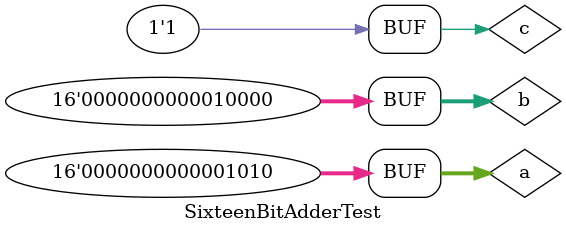
<source format=v>

module SixteenBitAdder(a, b, c, sum, carry);
    input [15:0] a;
    input [15:0] b;
    input c;
    output [15:0] sum;
    output carry;
    wire carry_block_01;
    wire carry_block_12;
    wire carry_block_23;
endmodule

module SixteenBitAdderTest;
    reg [15:0] a;
    reg [15:0] b;
    reg c;
    wire [15:0] sum;
    wire carry;

    FourBitAdder bit_1 (
        .a(a[3:0]),
        .b(b[3:0]),
        .c(0),
        .sum(sum[3:0]),
        .carry(carry_block_01)
    );

    FourBitAdder bit_2 (
        .a(a[7:4]),
        .b(b[7:4]),
        .c(carry_block_01),
        .sum(sum[7:4]),
        .carry(carry_block_12)
    );

    FourBitAdder bit_3 (
        .a(a[11:8]),
        .b(b[11:8]),
        .c(carry_block_12),
        .sum(sum[11:8]),
        .carry(carry_block_23)
    );

    FourBitAdder bit_4 (
        .a(a[15:12]),
        .b(b[15:12]),
        .c(carry_block_23),
        .sum(sum[15:12]),
        .carry(carry)
    );

    initial begin
        a = 16'd30;
        b = 16'd12;
        c = 1'b0;

        #50

        a = 16'd30;
        b = 16'd12;
        c = 1'b0;

        #50

        a = 16'd41;
        b = 16'd2;
        c = 1'b0;

        #50

        a = 16'd10;
        b = 16'd16;
        c = 1'b1;
    end
endmodule


</source>
